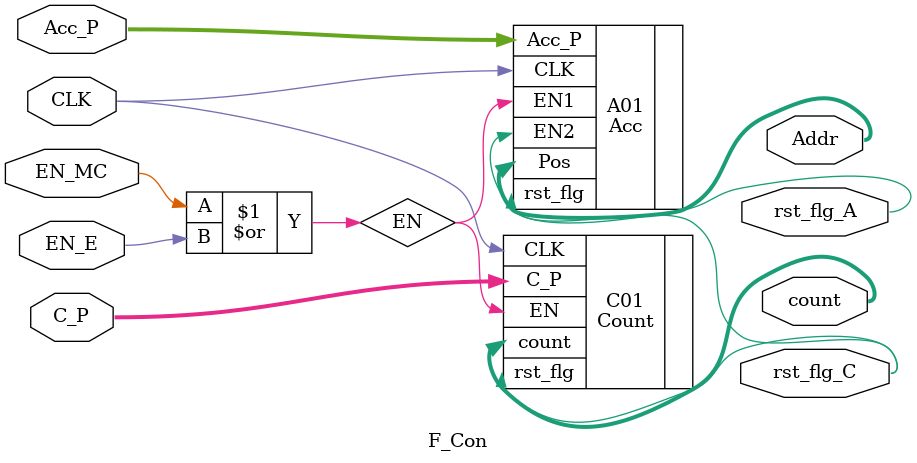
<source format=v>
`timescale 1ns / 1ps

module F_Con    #(parameter WL=8)            // Max width of an address
                (input EN_MC, EN_E, CLK,        // EN1 coming from Contr. Main, EN2 coming from release envelope of ADSR
                input [WL-1:0] Acc_P, C_P,      //parameters -> top values for sub modules
                
                output [WL-1:0] count,          //output of count module for testing
                output rst_flg_A, rst_flg_C,    //reset flags for testing
                output [WL-1:0] Addr);       // max width = address width

wire rst_flg_C;
wire EN;
wire [WL-1:0] Pos;
assign EN = EN_MC | EN_E;


//Instantiating the modules of the Freq Controller
Acc     A01 (.CLK(CLK),
                .EN1(EN),               //main enable
                .EN2(rst_flg_C),        // increment enable from rst-flg from Counter
                .Acc_P(Acc_P),          //Accumulator top value
                .Pos(Addr),             //position of the accumulator -> address of rom
                .rst_flg(rst_flg_A));   // rst-flg 0f Accumulator for testing

Count   C01 (.CLK(CLK),
                .EN(EN),                //Main enable
                .C_P(C_P),              //Counter top value
                .rst_flg(rst_flg_C),    // rst_flg of counter -> EN2 of Accumulator
                .count(count));         //output count for testing

////////////////////////////////////////////////////
// WIRE
//wire EN;

//assign EN = EN_MC | EN_E;
//assign EN1_A = EN;
//assign EN_C = EN;
//assign EN2_A = rst_flg_C;

//      LOGIC
always @(posedge CLK) begin
    //Addr <= Pos;
    end
endmodule

</source>
